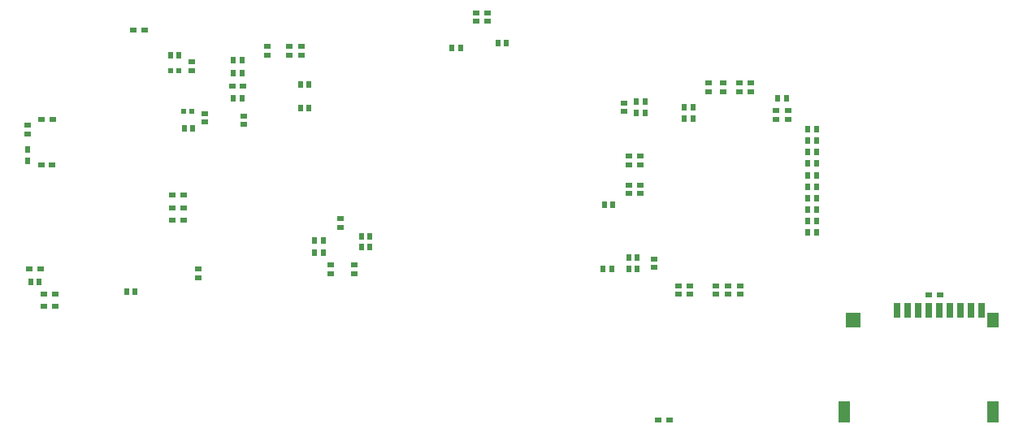
<source format=gbp>
G04*
G04 #@! TF.GenerationSoftware,Altium Limited,Altium Designer,22.9.1 (49)*
G04*
G04 Layer_Color=128*
%FSLAX25Y25*%
%MOIN*%
G70*
G04*
G04 #@! TF.SameCoordinates,09DA8A7C-0E06-47C8-8122-5E973528E8BD*
G04*
G04*
G04 #@! TF.FilePolarity,Positive*
G04*
G01*
G75*
%ADD20R,0.02362X0.02520*%
%ADD21R,0.02520X0.02362*%
%ADD22R,0.02953X0.02362*%
%ADD27R,0.02362X0.02953*%
%ADD29R,0.02423X0.02254*%
%ADD157R,0.04724X0.05906*%
%ADD158R,0.06299X0.05906*%
%ADD159R,0.04724X0.08661*%
%ADD160R,0.02756X0.06299*%
D20*
X278504Y187795D02*
D03*
X275039D02*
D03*
Y183071D02*
D03*
X278504D02*
D03*
X329134Y164567D02*
D03*
X325669D02*
D03*
X329134Y155118D02*
D03*
X325669D02*
D03*
X329134Y136221D02*
D03*
X325669D02*
D03*
X329134Y178740D02*
D03*
X325669D02*
D03*
X313386Y191339D02*
D03*
X316850D02*
D03*
X242205Y147638D02*
D03*
X245669D02*
D03*
X258819Y190157D02*
D03*
X255354D02*
D03*
X258819Y185433D02*
D03*
X255354D02*
D03*
X325669Y150394D02*
D03*
X329134D02*
D03*
X325669Y145669D02*
D03*
X329134D02*
D03*
X252205Y125984D02*
D03*
X255669D02*
D03*
X252205Y121260D02*
D03*
X255669D02*
D03*
X245197D02*
D03*
X241732D02*
D03*
X325669Y174016D02*
D03*
X329134D02*
D03*
X325669Y169291D02*
D03*
X329134D02*
D03*
X325669Y140945D02*
D03*
X329134D02*
D03*
X325669Y159843D02*
D03*
X329134D02*
D03*
X117556Y187402D02*
D03*
X121020D02*
D03*
X90000Y201575D02*
D03*
X93464D02*
D03*
X89997Y207087D02*
D03*
X93461D02*
D03*
X90000Y191339D02*
D03*
X93464D02*
D03*
X117612Y197094D02*
D03*
X121077D02*
D03*
X64252Y209055D02*
D03*
X67716D02*
D03*
X73244Y178969D02*
D03*
X69780D02*
D03*
X179730Y212080D02*
D03*
X183194D02*
D03*
X198620Y214047D02*
D03*
X202085D02*
D03*
X145945Y130441D02*
D03*
X142481D02*
D03*
X145945Y134771D02*
D03*
X142481D02*
D03*
X123307Y133071D02*
D03*
X126772D02*
D03*
Y127953D02*
D03*
X123307D02*
D03*
X10394Y116142D02*
D03*
X6929D02*
D03*
X46236Y112155D02*
D03*
X49701D02*
D03*
D21*
X285039Y197638D02*
D03*
Y194173D02*
D03*
X302362Y197638D02*
D03*
Y194173D02*
D03*
X252362Y164173D02*
D03*
Y167638D02*
D03*
X257087Y152362D02*
D03*
Y155827D02*
D03*
X312598Y182756D02*
D03*
Y186221D02*
D03*
X317717Y182756D02*
D03*
Y186221D02*
D03*
X257087Y167638D02*
D03*
Y164173D02*
D03*
X252362Y155827D02*
D03*
Y152362D02*
D03*
X250394Y186063D02*
D03*
Y189528D02*
D03*
X287795Y114488D02*
D03*
Y111024D02*
D03*
X298031Y114488D02*
D03*
Y111024D02*
D03*
X292913Y114488D02*
D03*
Y111024D02*
D03*
X262598Y125354D02*
D03*
Y121890D02*
D03*
X272441Y114488D02*
D03*
Y111024D02*
D03*
X290945Y194173D02*
D03*
Y197638D02*
D03*
X277165Y114488D02*
D03*
Y111024D02*
D03*
X297638Y194173D02*
D03*
Y197638D02*
D03*
X94268Y184062D02*
D03*
Y180598D02*
D03*
X103978Y209094D02*
D03*
Y212558D02*
D03*
X112836Y209094D02*
D03*
Y212558D02*
D03*
X117757Y209094D02*
D03*
Y212558D02*
D03*
X72831Y202756D02*
D03*
Y206221D02*
D03*
X78373Y185112D02*
D03*
Y181648D02*
D03*
X75590Y117795D02*
D03*
Y121260D02*
D03*
X189572Y226410D02*
D03*
Y222946D02*
D03*
X194297D02*
D03*
Y226410D02*
D03*
X5512Y180236D02*
D03*
Y176772D02*
D03*
X139646Y119417D02*
D03*
Y122882D02*
D03*
X133934Y141913D02*
D03*
Y138449D02*
D03*
X129804Y119417D02*
D03*
Y122882D02*
D03*
D22*
X379823Y110630D02*
D03*
X375295D02*
D03*
X264272Y59449D02*
D03*
X268799D02*
D03*
X89468Y196457D02*
D03*
X93996D02*
D03*
X53445Y219291D02*
D03*
X48917D02*
D03*
X69587Y151575D02*
D03*
X65059D02*
D03*
X69587Y146457D02*
D03*
X65059D02*
D03*
X16831Y111024D02*
D03*
X12303D02*
D03*
X69587Y141339D02*
D03*
X65059D02*
D03*
X15945Y182677D02*
D03*
X11417D02*
D03*
X15650Y164173D02*
D03*
X11122D02*
D03*
X12303Y105905D02*
D03*
X16831D02*
D03*
X10925Y121260D02*
D03*
X6398D02*
D03*
D27*
X5512Y170374D02*
D03*
Y165847D02*
D03*
D29*
X67544Y202756D02*
D03*
X64170D02*
D03*
X73087Y186056D02*
D03*
X69712D02*
D03*
D157*
X401665Y100397D02*
D03*
D158*
X344184D02*
D03*
D159*
X340641Y62602D02*
D03*
X401665D02*
D03*
D160*
X396940Y104334D02*
D03*
X362295D02*
D03*
X366625D02*
D03*
X370956D02*
D03*
X375287D02*
D03*
X379618D02*
D03*
X383948D02*
D03*
X388279D02*
D03*
X392610D02*
D03*
M02*

</source>
